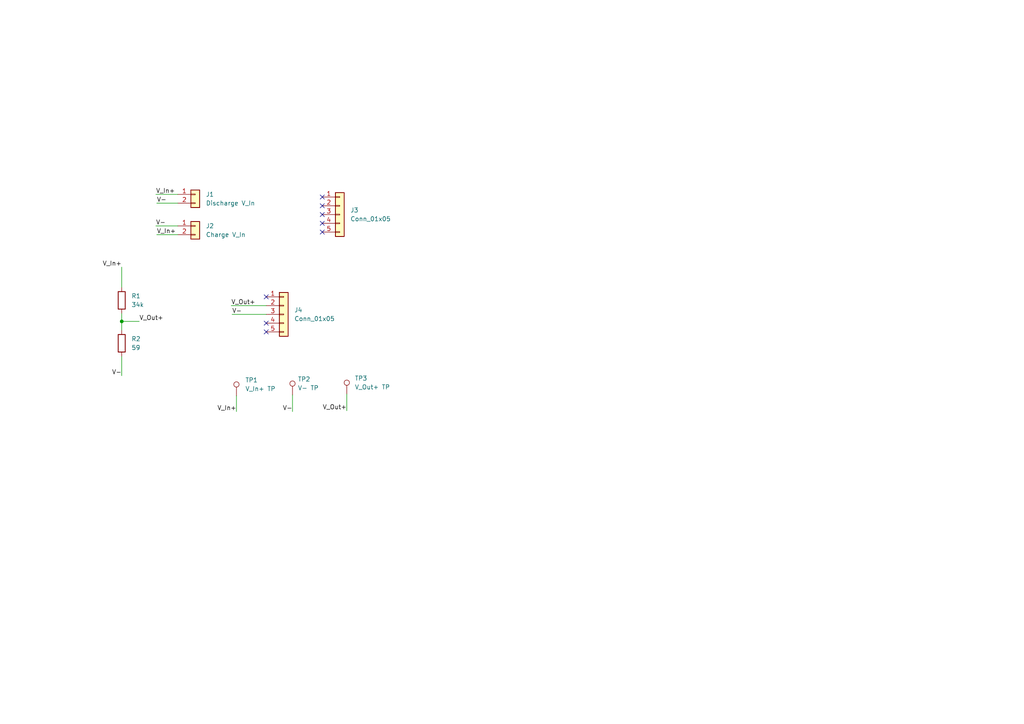
<source format=kicad_sch>
(kicad_sch (version 20231120) (generator "eeschema") (generator_version "8.0")
  (paper "A4")
  (lib_symbols
    (symbol "Connector:TestPoint" (pin_numbers hide) (pin_names (offset 0.762) hide)
      (property "Reference" "TP" (at 0 6.858 0))
      (property "Value" "TestPoint" (at 0 5.08 0))
      (symbol "TestPoint_0_1"
        (circle (center 0 3.302) (radius 0.762))
      )
      (symbol "TestPoint_1_1"
        (pin passive line (at 0 0 90) (length 2.54) (name "1") (number "1"))
      )
    )
    (symbol "Connector_Generic:Conn_01x02" (pin_names (offset 1.016) hide)
      (property "Reference" "J" (at 0 2.54 0))
      (property "Value" "Conn_01x02" (at 0 -5.08 0))
      (symbol "Conn_01x02_1_1"
        (rectangle (start -1.27 -2.413) (end 0 -2.667) (stroke (width 0.1524)))
        (rectangle (start -1.27 0.127) (end 0 -0.127) (stroke (width 0.1524)))
        (rectangle (start -1.27 1.27) (end 1.27 -3.81) (stroke (width 0.254)) (fill (type background)))
        (pin passive line (at -5.08 0 0) (length 3.81) (name "Pin_1") (number "1"))
        (pin passive line (at -5.08 -2.54 0) (length 3.81) (name "Pin_2") (number "2"))
      )
    )
    (symbol "Connector_Generic:Conn_01x05" (pin_names (offset 1.016) hide)
      (property "Reference" "J" (at 0 7.62 0))
      (property "Value" "Conn_01x05" (at 0 -7.62 0))
      (symbol "Conn_01x05_1_1"
        (rectangle (start -1.27 -4.953) (end 0 -5.207) (stroke (width 0.1524)))
        (rectangle (start -1.27 -2.413) (end 0 -2.667) (stroke (width 0.1524)))
        (rectangle (start -1.27 0.127) (end 0 -0.127) (stroke (width 0.1524)))
        (rectangle (start -1.27 2.667) (end 0 2.413) (stroke (width 0.1524)))
        (rectangle (start -1.27 5.207) (end 0 4.953) (stroke (width 0.1524)))
        (rectangle (start -1.27 6.35) (end 1.27 -6.35) (stroke (width 0.254)) (fill (type background)))
        (pin passive line (at -5.08 5.08 0) (length 3.81) (name "Pin_1") (number "1"))
        (pin passive line (at -5.08 2.54 0) (length 3.81) (name "Pin_2") (number "2"))
        (pin passive line (at -5.08 0 0) (length 3.81) (name "Pin_3") (number "3"))
        (pin passive line (at -5.08 -2.54 0) (length 3.81) (name "Pin_4") (number "4"))
        (pin passive line (at -5.08 -5.08 0) (length 3.81) (name "Pin_5") (number "5"))
      )
    )
    (symbol "Device:R" (pin_numbers hide) (pin_names (offset 0))
      (property "Reference" "R" (at 2.032 0 90))
      (property "Value" "R" (at 0 0 90))
      (symbol "R_0_1"
        (rectangle (start -1.016 -2.54) (end 1.016 2.54) (stroke (width 0.254)))
      )
      (symbol "R_1_1"
        (pin passive line (at 0 3.81 270) (length 1.27) (name "~") (number "1"))
        (pin passive line (at 0 -3.81 90) (length 1.27) (name "~") (number "2"))
      )
    )
  )
  (junction (at 35.306 93.218))
  (no_connect (at 93.472 67.31))
  (no_connect (at 93.472 64.77))
  (no_connect (at 77.216 96.266))
  (no_connect (at 93.472 57.15))
  (no_connect (at 77.216 93.726))
  (no_connect (at 93.472 62.23))
  (no_connect (at 77.216 86.106))
  (no_connect (at 93.472 59.69))
  (wire (pts (xy 67.056 88.646) (xy 77.216 88.646)))
  (wire (pts (xy 35.306 93.218) (xy 40.386 93.218)))
  (wire (pts (xy 45.212 56.388) (xy 51.562 56.388)))
  (wire (pts (xy 35.306 77.47) (xy 35.306 83.312)))
  (wire (pts (xy 84.836 114.554) (xy 84.836 119.38)))
  (wire (pts (xy 100.584 114.3) (xy 100.584 119.126)))
  (wire (pts (xy 45.212 65.532) (xy 51.562 65.532)))
  (wire (pts (xy 67.31 91.186) (xy 77.216 91.186)))
  (wire (pts (xy 35.306 103.378) (xy 35.306 108.966)))
  (wire (pts (xy 45.466 58.928) (xy 51.562 58.928)))
  (wire (pts (xy 45.466 68.072) (xy 51.562 68.072)))
  (wire (pts (xy 35.306 90.932) (xy 35.306 93.218)))
  (wire (pts (xy 68.58 114.808) (xy 68.58 119.38)))
  (wire (pts (xy 35.306 93.218) (xy 35.306 95.758)))
  (label "V_Out+" (at 67.056 88.646 0))
  (label "V-" (at 45.212 65.532 0))
  (label "V_In+" (at 35.306 77.47 180))
  (label "V_In+" (at 45.466 68.072 0))
  (label "V_In+" (at 68.58 119.38 180))
  (label "V-" (at 35.306 108.966 180))
  (label "V_In+" (at 45.212 56.388 0))
  (label "V-" (at 84.836 119.38 180))
  (label "V_Out+" (at 40.386 93.218 0))
  (label "V-" (at 67.31 91.186 0))
  (label "V_Out+" (at 100.584 119.126 180))
  (label "V-" (at 45.466 58.928 0))
  (symbol (lib_id "Connector_Generic:Conn_01x02") (at 56.642 56.388 0) (unit 1)
    (property "Reference" "J1" (at 59.69 56.3879 0) (effects (justify left)))
    (property "Value" "Discharge V_In" (at 59.69 58.9279 0) (effects (justify left)))
    (property "Footprint" "Connector_Molex:Molex_Micro-Fit_3.0_43650-0200_1x02_P3.00mm_Horizontal" (effects (hide yes)))
    (property "Description" "Generic connector, single row, 01x02, script generated (kicad-library-utils/schlib/autogen/connector/)" (effects (hide yes)))
  )
  (symbol (lib_id "Connector_Generic:Conn_01x05") (at 82.296 91.186 0) (unit 1)
    (property "Reference" "J4" (at 85.344 89.9159 0) (effects (justify left)))
    (property "Value" "Conn_01x05" (at 85.344 92.4559 0) (effects (justify left)))
    (property "Footprint" "Connector_PinHeader_2.54mm:PinHeader_1x05_P2.54mm_Vertical" (effects (hide yes)))
    (property "Description" "Generic connector, single row, 01x05, script generated (kicad-library-utils/schlib/autogen/connector/)" (effects (hide yes)))
  )
  (symbol (lib_id "Connector_Generic:Conn_01x05") (at 98.552 62.23 0) (unit 1)
    (property "Reference" "J3" (at 101.6 60.9599 0) (effects (justify left)))
    (property "Value" "Conn_01x05" (at 101.6 63.4999 0) (effects (justify left)))
    (property "Footprint" "Connector_PinHeader_2.54mm:PinHeader_1x05_P2.54mm_Vertical" (effects (hide yes)))
    (property "Description" "Generic connector, single row, 01x05, script generated (kicad-library-utils/schlib/autogen/connector/)" (effects (hide yes)))
  )
  (symbol (lib_id "Connector_Generic:Conn_01x02") (at 56.642 65.532 0) (unit 1)
    (property "Reference" "J2" (at 59.69 65.5319 0) (effects (justify left)))
    (property "Value" "Charge V_In" (at 59.69 68.0719 0) (effects (justify left)))
    (property "Footprint" "Connector_Molex:Molex_Micro-Fit_3.0_43650-0200_1x02_P3.00mm_Horizontal" (effects (hide yes)))
    (property "Description" "Generic connector, single row, 01x02, script generated (kicad-library-utils/schlib/autogen/connector/)" (effects (hide yes)))
  )
  (symbol (lib_id "Device:R") (at 35.306 99.568 0) (unit 1)
    (property "Reference" "R2" (at 38.1 98.2979 0) (effects (justify left)))
    (property "Value" "59" (at 38.1 100.8379 0) (effects (justify left)))
    (property "Footprint" "Resistor_SMD:R_0805_2012Metric" (effects (hide yes)))
    (property "Description" "Resistor" (effects (hide yes)))
  )
  (symbol (lib_id "Connector:TestPoint") (at 68.58 114.808 0) (unit 1)
    (property "Reference" "TP1" (at 71.12 110.2359 0) (effects (justify left)))
    (property "Value" "V_In+ TP" (at 71.12 112.7759 0) (effects (justify left)))
    (property "Footprint" "TestPoint:TestPoint_Pad_2.0x2.0mm" (effects (hide yes)))
    (property "Description" "test point" (effects (hide yes)))
  )
  (symbol (lib_id "Connector:TestPoint") (at 84.836 114.554 0) (unit 1)
    (property "Reference" "TP2" (at 86.36 109.9819 0) (effects (justify left)))
    (property "Value" "V- TP" (at 86.36 112.5219 0) (effects (justify left)))
    (property "Footprint" "TestPoint:TestPoint_Pad_2.0x2.0mm" (effects (hide yes)))
    (property "Description" "test point" (effects (hide yes)))
  )
  (symbol (lib_id "Device:R") (at 35.306 87.122 0) (unit 1)
    (property "Reference" "R1" (at 38.1 85.8519 0) (effects (justify left)))
    (property "Value" "34k" (at 38.1 88.3919 0) (effects (justify left)))
    (property "Footprint" "Resistor_SMD:R_0805_2012Metric" (effects (hide yes)))
    (property "Description" "Resistor" (effects (hide yes)))
  )
  (symbol (lib_id "Connector:TestPoint") (at 100.584 114.3 0) (unit 1)
    (property "Reference" "TP3" (at 102.87 109.7279 0) (effects (justify left)))
    (property "Value" "V_Out+ TP" (at 102.87 112.2679 0) (effects (justify left)))
    (property "Footprint" "TestPoint:TestPoint_Pad_2.0x2.0mm" (effects (hide yes)))
    (property "Description" "test point" (effects (hide yes)))
  )
)
</source>
